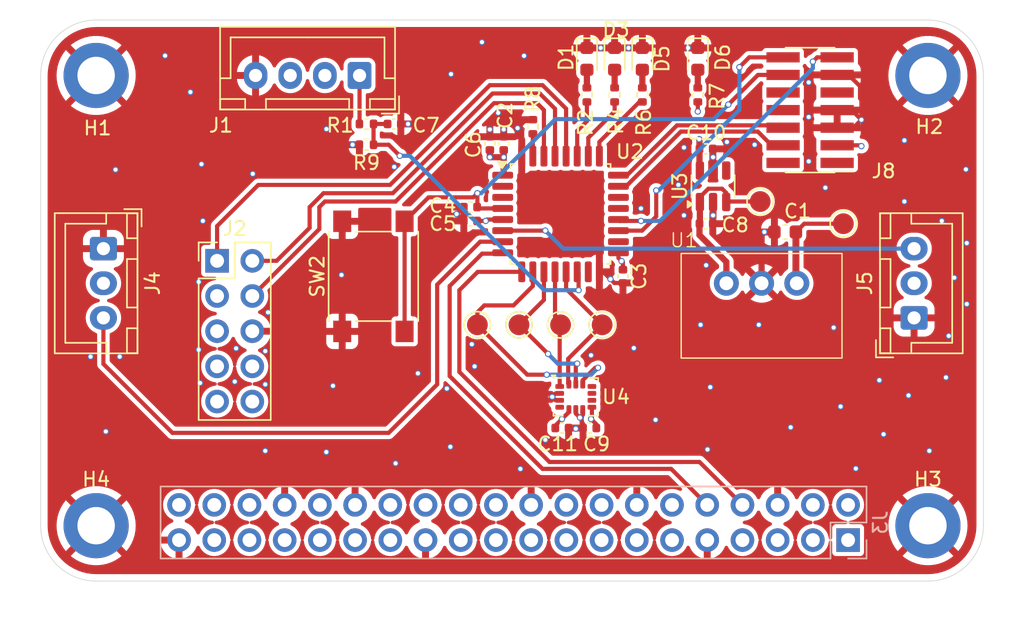
<source format=kicad_pcb>
(kicad_pcb (version 20240108) (generator "pcbnew") (generator_version "8.0")
  (layers (0 "F.Cu" signal) (1 "In1.Cu" signal) (2 "In2.Cu" power "In2.Cu - GND") (31 "B.Cu" signal) (34 "B.Paste" user) (35 "F.Paste" user) (36 "B.SilkS" user "B.Silkscreen") (37 "F.SilkS" user "F.Silkscreen") (38 "B.Mask" user) (39 "F.Mask" user) (44 "Edge.Cuts" user))
  (net 0 "")
  (net 1 "NRST")
  (net 2 "+5V")
  (net 3 "+3.3V")
  (net 4 "Net-(D1-A)")
  (net 5 "Net-(D3-A)")
  (net 6 "Net-(D5-A)")
  (net 7 "Net-(D6-A)")
  (net 8 "USART2_TX")
  (net 9 "SWCLK")
  (net 11 "SWDIO")
  (net 12 "USART2_RX")
  (net 16 "+6V")
  (net 17 "TENSION_BATTERIE")
  (net 21 "PWM1")
  (net 22 "PWM2")
  (net 23 "USART1_RX")
  (net 24 "LED1")
  (net 27 "USART1_TX")
  (net 29 "LED3")
  (net 30 "I2C1_SDA")
  (net 31 "I2C1_SCL")
  (net 32 "SPI_CS")
  (net 34 "SPI1_SCK")
  (net 36 "SPI1_MISO")
  (net 37 "SPI1_MOSI")
  (net 39 "LED2")
  (net 64 "Net-(U2-PH3)")
  (net 66 "INT")
  (net 75 "GND")
  (net 79 "Net-(J1-Pin_1)")
  (footprint "Capacitor_SMD:C_0402_1005Metric" (layer "F.Cu") (at 158.9 99.9 90)
    (property "Reference" "C6")
    (property "Value" "4u7")
  )
  (footprint "Resistor_SMD:R_0402_1005Metric" (layer "F.Cu") (at 165.9 96.4 90)
    (property "Reference" "R2")
    (property "Value" "165")
  )
  (footprint "Capacitor_SMD:C_0402_1005Metric" (layer "F.Cu") (at 164.1 120.45 180)
    (property "Reference" "C11")
    (property "Value" "100n")
  )
  (footprint "Capacitor_SMD:C_0402_1005Metric" (layer "F.Cu") (at 159.9 99.9 90)
    (property "Reference" "C2")
    (property "Value" "100n")
  )
  (footprint "Connector_JST:JST_XH_B3B-XH-A_1x03_P2.50mm_Vertical" (layer "F.Cu") (at 189.5 112.5 90)
    (property "Reference" "J5")
    (property "Value" "Conn_01x03")
  )
  (footprint "Resistor_SMD:R_0402_1005Metric" (layer "F.Cu") (at 162 98.7 90)
    (property "Reference" "R8")
    (property "Value" "10k")
  )
  (footprint "Connector_PinHeader_2.54mm:PinHeader_2x05_P2.54mm_Vertical" (layer "F.Cu") (at 139.225 108.38)
    (property "Reference" "J2")
    (property "Value" "Conn_02x05_Odd_Even")
  )
  (footprint "Capacitor_SMD:C_0603_1608Metric" (layer "F.Cu") (at 180.2 106.3 180)
    (property "Reference" "C1")
    (property "Value" "10u")
  )
  (footprint "Package_QFP:LQFP-32_7x7mm_P0.8mm" (layer "F.Cu") (at 164 105)
    (property "Reference" "U2")
    (property "Value" "STM32L412KBTx")
  )
  (footprint "Package_LGA:LGA-14_3x2.5mm_P0.5mm_LayoutBorder3x4y" (layer "F.Cu") (at 165.1 118.2)
    (property "Reference" "U4")
    (property "Value" "LSM6DSM")
  )
  (footprint "Package_TO_SOT_SMD:SOT-23-5" (layer "F.Cu") (at 175 103 90)
    (property "Reference" "U3")
    (property "Value" "BU33...")
  )
  (footprint "Capacitor_SMD:C_0402_1005Metric" (layer "F.Cu") (at 157.5 105.5 180)
    (property "Reference" "C5")
    (property "Value" "100n")
  )
  (footprint "MountingHole:MountingHole_2.7mm_M2.5_DIN965_Pad" (layer "F.Cu") (at 130.5 95)
    (property "Reference" "H1")
    (property "Value" "MountingHole_Pad")
  )
  (footprint "TestPoint:TestPoint_Pad_D1.5mm" (layer "F.Cu") (at 158 113)
    (property "Reference" "TP3" (hide yes))
    (property "Value" "TestPoint")
  )
  (footprint "Resistor_SMD:R_0402_1005Metric" (layer "F.Cu") (at 150 98.5 180)
    (property "Reference" "R1")
    (property "Value" "27k")
  )
  (footprint "LED_SMD:LED_0603_1608Metric" (layer "F.Cu") (at 165.9 93.8 -90)
    (property "Reference" "D1")
    (property "Value" "LED")
  )
  (footprint "Resistor_SMD:R_0402_1005Metric" (layer "F.Cu") (at 173.9 96.4 90)
    (property "Reference" "R7")
    (property "Value" "165")
  )
  (footprint "Connector_JST:JST_XH_B3B-XH-A_1x03_P2.50mm_Vertical" (layer "F.Cu") (at 131.025 107.5 -90)
    (property "Reference" "J4")
    (property "Value" "Conn_01x03")
  )
  (footprint "MountingHole:MountingHole_2.7mm_M2.5_DIN965_Pad" (layer "F.Cu") (at 130.5 127.5)
    (property "Reference" "H4")
    (property "Value" "MountingHole_Pad")
  )
  (footprint "LED_SMD:LED_0603_1608Metric" (layer "F.Cu") (at 173.9 93.8 -90)
    (property "Reference" "D6")
    (property "Value" "LED")
  )
  (footprint "Capacitor_SMD:C_0402_1005Metric" (layer "F.Cu") (at 152 98.5)
    (property "Reference" "C7")
    (property "Value" "100n")
  )
  (footprint "LED_SMD:LED_0603_1608Metric" (layer "F.Cu") (at 169.9 93.8 -90)
    (property "Reference" "D5")
    (property "Value" "LED")
  )
  (footprint "Connector_JST:JST_XH_B4B-XH-A_1x04_P2.50mm_Vertical" (layer "F.Cu") (at 149.5 95 180)
    (property "Reference" "J1")
    (property "Value" "Conn_01x04")
  )
  (footprint "Capacitor_SMD:C_0402_1005Metric" (layer "F.Cu") (at 174.5 100.3)
    (property "Reference" "C10")
    (property "Value" "1u")
  )
  (footprint "TestPoint:TestPoint_Pad_D1.5mm" (layer "F.Cu") (at 161 113)
    (property "Reference" "TP4" (hide yes))
    (property "Value" "TestPoint")
  )
  (footprint "TestPoint:TestPoint_Pad_D1.5mm" (layer "F.Cu") (at 167 113)
    (property "Reference" "TP6" (hide yes))
    (property "Value" "TestPoint")
  )
  (footprint "Resistor_SMD:R_0402_1005Metric" (layer "F.Cu") (at 167.9 96.4 90)
    (property "Reference" "R4")
    (property "Value" "165")
  )
  (footprint "TestPoint:TestPoint_Pad_D1.5mm" (layer "F.Cu") (at 178.4 104.1)
    (property "Reference" "TP2" (hide yes))
    (property "Value" "TestPoint")
  )
  (footprint "Capacitor_SMD:C_0402_1005Metric" (layer "F.Cu") (at 157.5 104.5 180)
    (property "Reference" "C4")
    (property "Value" "100n")
  )
  (footprint "Capacitor_SMD:C_0402_1005Metric" (layer "F.Cu") (at 174.5 105.7)
    (property "Reference" "C8")
    (property "Value" "1u")
  )
  (footprint "Button_Switch_SMD:SW_Push_1P1T_NO_6x6mm_H9.5mm" (layer "F.Cu") (at 150.5 109.5 90)
    (property "Reference" "SW2")
    (property "Value" "SW_Push")
  )
  (footprint "Resistor_SMD:R_0402_1005Metric" (layer "F.Cu") (at 150 100 180)
    (property "Reference" "R9")
    (property "Value" "10k")
  )
  (footprint "myemp:Buck_ing" (layer "F.Cu") (at 178.5 107.85 180)
    (property "Reference" "U1")
    (property "Value" "~")
  )
  (footprint "Connector_PinHeader_1.27mm:PinHeader_2x07_P1.27mm_Vertical_SMD" (layer "F.Cu") (at 182 97.5 180)
    (property "Reference" "J8")
    (property "Value" "Conn_ST_STDC14")
  )
  (footprint "LED_SMD:LED_0603_1608Metric" (layer "F.Cu") (at 167.9 93.8 -90)
    (property "Reference" "D3")
    (property "Value" "LED")
  )
  (footprint "MountingHole:MountingHole_2.7mm_M2.5_DIN965_Pad" (layer "F.Cu") (at 190.5 95)
    (property "Reference" "H2")
    (property "Value" "MountingHole_Pad")
  )
  (footprint "Capacitor_SMD:C_0402_1005Metric" (layer "F.Cu") (at 168.5 109.5 -90)
    (property "Reference" "C3")
    (property "Value" "100n")
  )
  (footprint "TestPoint:TestPoint_Pad_D1.5mm" (layer "F.Cu") (at 184.4 105.7)
    (property "Reference" "TP1" (hide yes))
    (property "Value" "TestPoint")
  )
  (footprint "Capacitor_SMD:C_0402_1005Metric" (layer "F.Cu") (at 166.1 120.45 180)
    (property "Reference" "C9")
    (property "Value" "100n")
  )
  (footprint "Resistor_SMD:R_0402_1005Metric" (layer "F.Cu") (at 169.9 96.4 90)
    (property "Reference" "R6")
    (property "Value" "165")
  )
  (footprint "TestPoint:TestPoint_Pad_D1.5mm" (layer "F.Cu") (at 164 113)
    (property "Reference" "TP5" (hide yes))
    (property "Value" "TestPoint")
  )
  (footprint "MountingHole:MountingHole_2.7mm_M2.5_DIN965_Pad" (layer "F.Cu") (at 190.5 127.5)
    (property "Reference" "H3")
    (property "Value" "MountingHole_Pad")
  )
  (footprint "Connector_PinHeader_2.54mm:PinHeader_2x20_P2.54mm_Vertical" (layer "B.Cu") (at 184.74 128.54 90)
    (property "Reference" "J3")
    (property "Value" "Conn_02x20_Odd_Even")
  )
  (gr_arc (start 126.5 95) (mid 127.671573 92.171573) (end 130.5 91) (stroke (width 0.05)) (layer "Edge.Cuts"))
  (gr_arc (start 130.5 131.5) (mid 127.671573 130.328427) (end 126.5 127.5) (stroke (width 0.05)) (layer "Edge.Cuts"))
  (gr_line (start 126.5 95) (end 126.5 127.5) (stroke (width 0.05)) (layer "Edge.Cuts"))
  (gr_line (start 130.5 131.5) (end 190.5 131.5) (stroke (width 0.05)) (layer "Edge.Cuts"))
  (gr_arc (start 194.5 127.5) (mid 193.328427 130.328427) (end 190.5 131.5) (stroke (width 0.05)) (layer "Edge.Cuts"))
  (gr_arc (start 190.5 91) (mid 193.328427 92.171573) (end 194.5 95) (stroke (width 0.05)) (layer "Edge.Cuts"))
  (gr_line (start 190.5 91) (end 130.5 91) (stroke (width 0.05)) (layer "Edge.Cuts"))
  (gr_line (start 194.5 127.5) (end 194.5 95) (stroke (width 0.05)) (layer "Edge.Cuts"))
  (segment (start 158 103.5) (end 158 104.48) (width 0.3) (layer "F.Cu") (net 1))
  (segment (start 178.24 94.96) (end 176.1 97.1) (width 0.3) (layer "F.Cu") (net 1))
  (segment (start 180.05 94.96) (end 178.24 94.96) (width 0.3) (layer "F.Cu") (net 1))
  (segment (start 154.475 103.8) (end 157.7 103.8) (width 0.3) (layer "F.Cu") (net 1))
  (segment (start 157.7 103.8) (end 158 103.5) (width 0.3) (layer "F.Cu") (net 1))
  (segment (start 159.825 104.6) (end 158.08 104.6) (width 0.3) (layer "F.Cu") (net 1))
  (segment (start 158.08 104.6) (end 157.98 104.5) (width 0.3) (layer "F.Cu") (net 1))
  (segment (start 152.75 105.525) (end 154.475 103.8) (width 0.3) (layer "F.Cu") (net 1))
  (segment (start 158 104.48) (end 157.98 104.5) (width 0.3) (layer "F.Cu") (net 1))
  (segment (start 152.75 105.525) (end 152.75 113.475) (width 0.3) (layer "F.Cu") (net 1))
  (via (at 176.1 97.1) (size 0.45) (drill 0.3) (layers "F.Cu" "B.Cu") (net 1))
  (via (at 158 103.5) (size 0.45) (drill 0.3) (layers "F.Cu" "B.Cu") (net 1))
  (segment (start 176.1 97.1) (end 175.05 98.15) (width 0.3) (layer "B.Cu") (net 1))
  (segment (start 175.05 98.15) (end 163.627818 98.15) (width 0.3) (layer "B.Cu") (net 1))
  (segment (start 158.277818 103.5) (end 158 103.5) (width 0.3) (layer "B.Cu") (net 1))
  (segment (start 163.627818 98.15) (end 158.277818 103.5) (width 0.3) (layer "B.Cu") (net 1))
  (segment (start 175.95 103.475001) (end 175.649999 103.175) (width 0.3) (layer "F.Cu") (net 2))
  (segment (start 178.4 104.1) (end 175.9875 104.1) (width 0.3) (layer "F.Cu") (net 2))
  (segment (start 174.05 105.67) (end 174.02 105.7) (width 0.2) (layer "F.Cu") (net 2))
  (segment (start 175.95 104.1375) (end 175.95 103.475001) (width 0.3) (layer "F.Cu") (net 2))
  (segment (start 175.9875 104.1) (end 175.95 104.1375) (width 0.3) (layer "F.Cu") (net 2))
  (segment (start 174.02 106.52) (end 175.96 108.46) (width 0.45) (layer "F.Cu") (net 2))
  (segment (start 174.659448 103.175) (end 174.05 103.784448) (width 0.3) (layer "F.Cu") (net 2))
  (segment (start 174.05 103.784448) (end 174.05 104.1375) (width 0.3) (layer "F.Cu") (net 2))
  (segment (start 174.05 104.1375) (end 174.05 105.67) (width 0.45) (layer "F.Cu") (net 2))
  (segment (start 175.96 108.46) (end 175.96 110) (width 0.45) (layer "F.Cu") (net 2))
  (segment (start 175.649999 103.175) (end 174.659448 103.175) (width 0.3) (layer "F.Cu") (net 2))
  (segment (start 174.02 105.7) (end 174.02 106.52) (width 0.45) (layer "F.Cu") (net 2))
  (segment (start 159.825 105.4) (end 158.7 105.4) (width 0.3) (layer "F.Cu") (net 3))
  (segment (start 166.58 120.18) (end 166.2 119.8) (width 0.3) (layer "F.Cu") (net 3))
  (segment (start 174.02 100.3) (end 174.02 99.62) (width 0.45) (layer "F.Cu") (net 3))
  (segment (start 168.5 109.02) (end 168.5 108.5) (width 0.3) (layer "F.Cu") (net 3))
  (segment (start 159.9 102.125) (end 159.825 102.2) (width 0.45) (layer "F.Cu") (net 3))
  (segment (start 163.62 120.45) (end 163.62 120.28) (width 0.3) (layer "F.Cu") (net 3))
  (segment (start 173.9 96.91) (end 173.9 97.6) (width 0.3) (layer "F.Cu") (net 3))
  (segment (start 159.9 100.9) (end 159.9 102.125) (width 0.45) (layer "F.Cu") (net 3))
  (segment (start 158.7 105.4) (end 158.6 105.5) (width 0.3) (layer "F.Cu") (net 3))
  (segment (start 164.6 119.1125) (end 164.6 119.3) (width 0.3) (layer "F.Cu") (net 3))
  (segment (start 158.9 100.9) (end 159.9 100.9) (width 0.45) (layer "F.Cu") (net 3))
  (segment (start 174.02 100.3) (end 174.02 101.8325) (width 0.45) (layer "F.Cu") (net 3))
  (segment (start 174.02 99.62) (end 174 99.6) (width 0.45) (layer "F.Cu") (net 3))
  (segment (start 168.5 108.5) (end 168.4 108.4) (width 0.3) (layer "F.Cu") (net 3))
  (segment (start 159.9 100.38) (end 159.9 100.9) (width 0.45) (layer "F.Cu") (net 3))
  (segment (start 185.64 100.04) (end 185.7 100.1) (width 0.3) (layer "F.Cu") (net 3))
  (segment (start 183.95 100.04) (end 185.64 100.04) (width 0.3) (layer "F.Cu") (net 3))
  (segment (start 174.02 101.8325) (end 174.05 101.8625) (width 0.2) (layer "F.Cu") (net 3))
  (segment (start 157.98 105.5) (end 158.6 105.5) (width 0.3) (layer "F.Cu") (net 3))
  (segment (start 158.9 100.38) (end 158.9 100.9) (width 0.45) (layer "F.Cu") (net 3))
  (segment (start 166.58 120.45) (end 166.58 120.18) (width 0.3) (layer "F.Cu") (net 3))
  (segment (start 166.2625 119.7375) (end 166.2 119.8) (width 0.3) (layer "F.Cu") (net 3))
  (segment (start 168.175 107.8) (end 168.175 108.175) (width 0.3) (layer "F.Cu") (net 3))
  (segment (start 168.175 108.175) (end 168.4 108.4) (width 0.3) (layer "F.Cu") (net 3))
  (segment (start 166.2625 118.95) (end 166.2625 119.7375) (width 0.3) (layer "F.Cu") (net 3))
  (segment (start 164.6 119.3) (end 164.1 119.8) (width 0.3) (layer "F.Cu") (net 3))
  (segment (start 163.62 120.28) (end 164.1 119.8) (width 0.3) (layer "F.Cu") (net 3))
  (via (at 185.7 100.1) (size 0.45) (drill 0.3) (layers "F.Cu" "B.Cu") (net 3))
  (via (at 173.9 97.6) (size 0.45) (drill 0.3) (layers "F.Cu" "B.Cu") (net 3))
  (via (at 168.4 108.4) (size 0.45) (drill 0.3) (layers "F.Cu" "B.Cu") (net 3))
  (via (at 158.6 105.5) (size 0.45) (drill 0.3) (layers "F.Cu" "B.Cu") (net 3))
  (via (at 158.9 100.9) (size 0.45) (drill 0.3) (layers "F.Cu" "B.Cu") (net 3))
  (via (at 159.9 100.9) (size 0.45) (drill 0.3) (layers "F.Cu" "B.Cu") (net 3))
  (via (at 164.1 119.8) (size 0.45) (drill 0.3) (layers "F.Cu" "B.Cu") (net 3))
  (via (at 174 99.6) (size 0.45) (drill 0.3) (layers "F.Cu" "B.Cu") (net 3))
  (via (at 166.2 119.8) (size 0.45) (drill 0.3) (layers "F.Cu" "B.Cu") (net 3))
  (segment (start 165.9 94.5875) (end 165.9 95.89) (width 0.45) (layer "F.Cu") (net 4))
  (segment (start 167.9 95.89) (end 167.9 94.5875) (width 0.45) (layer "F.Cu") (net 5))
  (segment (start 169.9 94.5875) (end 169.9 95.89) (width 0.45) (layer "F.Cu") (net 6))
  (segment (start 173.9 95.89) (end 173.9 94.5875) (width 0.45) (layer "F.Cu") (net 7))
  (segment (start 158.3375 107.8625) (end 156 110.2) (width 0.3) (layer "F.Cu") (net 8))
  (segment (start 162.7 123.4) (end 171.98 123.4) (width 0.3) (layer "F.Cu") (net 8))
  (segment (start 156 116.7) (end 162.7 123.4) (width 0.3) (layer "F.Cu") (net 8))
  (segment (start 159.825 107.8) (end 159.7625 107.8625) (width 0.3) (layer "F.Cu") (net 8))
  (segment (start 171.98 123.4) (end 174.58 126) (width 0.3) (layer "F.Cu") (net 8))
  (segment (start 156 110.2) (end 156 116.7) (width 0.3) (layer "F.Cu") (net 8))
  (segment (start 159.7625 107.8625) (end 158.3375 107.8625) (width 0.3) (layer "F.Cu") (net 8))
  (segment (start 172.4 98.6) (end 168.8 102.2) (width 0.3) (layer "F.Cu") (net 9))
  (segment (start 179.88 98.6) (end 172.4 98.6) (width 0.3) (layer "F.Cu") (net 9))
  (segment (start 168.8 102.2) (end 168.175 102.2) (width 0.3) (layer "F.Cu") (net 9))
  (segment (start 180.05 98.77) (end 179.88 98.6) (width 0.3) (layer "F.Cu") (net 9))
  (segment (start 168.729506 103) (end 168.175 103) (width 0.3) (layer "F.Cu") (net 11))
  (segment (start 179.22 100.04) (end 178.23 99.05) (width 0.3) (layer "F.Cu") (net 11))
  (segment (start 180.05 100.04) (end 179.22 100.04) (width 0.3) (layer "F.Cu") (net 11))
  (segment (start 178.23 99.05) (end 172.679506 99.05) (width 0.3) (layer "F.Cu") (net 11))
  (segment (start 172.679506 99.05) (end 168.729506 103) (width 0.3) (layer "F.Cu") (net 11))
  (segment (start 161.2 109.175) (end 158.025 109.175) (width 0.3) (layer "F.Cu") (net 12))
  (segment (start 163.2 122.9) (end 174.02 122.9) (width 0.3) (layer "F.Cu") (net 12))
  (segment (start 156.7 116.4) (end 163.2 122.9) (width 0.3) (layer "F.Cu") (net 12))
  (segment (start 174.02 122.9) (end 177.12 126) (width 0.3) (layer "F.Cu") (net 12))
  (segment (start 156.7 110.5) (end 156.7 116.4) (width 0.3) (layer "F.Cu") (net 12))
  (segment (start 158.025 109.175) (end 156.7 110.5) (width 0.3) (layer "F.Cu") (net 12))
  (segment (start 181.575 105.7) (end 180.975 106.3) (width 0.3) (layer "F.Cu") (net 16))
  (segment (start 184.4 105.7) (end 181.575 105.7) (width 0.3) (layer "F.Cu") (net 16))
  (segment (start 180.975 106.3) (end 180.975 109.935) (width 0.5) (layer "F.Cu") (net 16))
  (segment (start 180.975 109.935) (end 181.04 110) (width 0.2) (layer "F.Cu") (net 16))
  (segment (start 151.52 98.5) (end 150.51 98.5) (width 0.3) (layer "F.Cu") (net 17))
  (segment (start 150.51 100) (end 151.6 100) (width 0.3) (layer "F.Cu") (net 17))
  (segment (start 150.51 100) (end 150.51 98.5) (width 0.3) (layer "F.Cu") (net 17))
  (segment (start 165.3 110.5) (end 165.3 109.275) (width 0.3) (layer "F.Cu") (net 17))
  (segment (start 151.6 100) (end 152.4 100.8) (width 0.3) (layer "F.Cu") (net 17))
  (segment (start 165.3 109.275) (end 165.2 109.175) (width 0.3) (layer "F.Cu") (net 17))
  (via (at 165.3 110.5) (size 0.45) (drill 0.3) (layers "F.Cu" "B.Cu") (net 17))
  (via (at 152.4 100.8) (size 0.45) (drill 0.3) (layers "F.Cu" "B.Cu") (net 17))
  (segment (start 152.4 100.8) (end 153.122182 100.8) (width 0.3) (layer "B.Cu") (net 17))
  (segment (start 162.822182 110.5) (end 165.3 110.5) (width 0.3) (layer "B.Cu") (net 17))
  (segment (start 153.122182 100.8) (end 162.822182 110.5) (width 0.3) (layer "B.Cu") (net 17))
  (segment (start 159.825 106.2) (end 162.9 106.2) (width 0.3) (layer "F.Cu") (net 21))
  (via (at 162.9 106.2) (size 0.45) (drill 0.3) (layers "F.Cu" "B.Cu") (net 21))
  (segment (start 162.9 106.2) (end 164.2 107.5) (width 0.3) (layer "B.Cu") (net 21))
  (segment (start 164.2 107.5) (end 189.5 107.5) (width 0.3) (layer "B.Cu") (net 21))
  (segment (start 155.1 117.3) (end 151.6 120.8) (width 0.3) (layer "F.Cu") (net 22))
  (segment (start 136 120.8) (end 131.025 115.825) (width 0.3) (layer "F.Cu") (net 22))
  (segment (start 159.825 107) (end 158.2 107) (width 0.3) (layer "F.Cu") (net 22))
  (segment (start 158.2 107) (end 155.1 110.1) (width 0.3) (layer "F.Cu") (net 22))
  (segment (start 131.025 115.825) (end 131.025 112.5) (width 0.3) (layer "F.Cu") (net 22))
  (segment (start 155.1 110.1) (end 155.1 117.3) (width 0.3) (layer "F.Cu") (net 22))
  (segment (start 151.6 120.8) (end 136 120.8) (width 0.3) (layer "F.Cu") (net 22))
  (segment (start 168.275 105.5) (end 168.175 105.4) (width 0.3) (layer "F.Cu") (net 23))
  (segment (start 182.51 93.69) (end 182.2 94) (width 0.3) (layer "F.Cu") (net 23))
  (segment (start 169.8 105.5) (end 168.275 105.5) (width 0.3) (layer "F.Cu") (net 23))
  (segment (start 183.95 93.69) (end 182.51 93.69) (width 0.3) (layer "F.Cu") (net 23))
  (via (at 182.2 94) (size 0.45) (drill 0.3) (layers "F.Cu" "B.Cu") (net 23))
  (via (at 169.8 105.5) (size 0.45) (drill 0.3) (layers "F.Cu" "B.Cu") (net 23))
  (segment (start 182.2 94) (end 182.2 94.477818) (width 0.3) (layer "B.Cu") (net 23))
  (segment (start 171.177818 105.5) (end 169.8 105.5) (width 0.3) (layer "B.Cu") (net 23))
  (segment (start 182.2 94.477818) (end 171.177818 105.5) (width 0.3) (layer "B.Cu") (net 23))
  (segment (start 165.9 98.3) (end 165.2 99) (width 0.3) (layer "F.Cu") (net 24))
  (segment (start 165.2 99) (end 165.2 100.825) (width 0.3) (layer "F.Cu") (net 24))
  (segment (start 165.9 96.91) (end 165.9 98.3) (width 0.3) (layer "F.Cu") (net 24))
  (segment (start 170.9 105.177818) (end 170.9 103.3) (width 0.3) (layer "F.Cu") (net 27))
  (segment (start 169.877818 106.2) (end 170.9 105.177818) (width 0.3) (layer "F.Cu") (net 27))
  (segment (start 176.9 94.4) (end 177.61 93.69) (width 0.3) (layer "F.Cu") (net 27))
  (segment (start 177.61 93.69) (end 180.05 93.69) (width 0.3) (layer "F.Cu") (net 27))
  (segment (start 168.175 106.2) (end 169.877818 106.2) (width 0.3) (layer "F.Cu") (net 27))
  (via (at 176.9 94.4) (size 0.45) (drill 0.3) (layers "F.Cu" "B.Cu") (net 27))
  (via (at 170.9 103.3) (size 0.45) (drill 0.3) (layers "F.Cu" "B.Cu") (net 27))
  (segment (start 176.9 97.477818) (end 176.9 94.4) (width 0.3) (layer "B.Cu") (net 27))
  (segment (start 170.9 103.3) (end 171.077818 103.3) (width 0.3) (layer "B.Cu") (net 27))
  (segment (start 171.077818 103.3) (end 176.9 97.477818) (width 0.3) (layer "B.Cu") (net 27))
  (segment (start 166.8 100.825) (end 166.8 99.8) (width 0.3) (layer "F.Cu") (net 29))
  (segment (start 166.8 99.8) (end 169.69 96.91) (width 0.3) (layer "F.Cu") (net 29))
  (segment (start 169.69 96.91) (end 169.9 96.91) (width 0.3) (layer "F.Cu") (net 29))
  (segment (start 162.8 97.5) (end 162.3 97) (width 0.3) (layer "F.Cu") (net 30))
  (segment (start 146.6 106.085) (end 141.765 110.92) (width 0.3) (layer "F.Cu") (net 30))
  (segment (start 159.2 97) (end 152.1 104.1) (width 0.3) (layer "F.Cu") (net 30))
  (segment (start 146.6 104.5) (end 146.6 106.085) (width 0.3) (layer "F.Cu") (net 30))
  (segment (start 152.1 104.1) (end 147 104.1) (width 0.3) (layer "F.Cu") (net 30))
  (segment (start 147 104.1) (end 146.6 104.5) (width 0.3) (layer "F.Cu") (net 30))
  (segment (start 162.3 97) (end 159.2 97) (width 0.3) (layer "F.Cu") (net 30))
  (segment (start 162.8 100.825) (end 162.8 97.5) (width 0.3) (layer "F.Cu") (net 30))
  (segment (start 162.5 96.3) (end 159.1 96.3) (width 0.3) (layer "F.Cu") (net 31))
  (segment (start 145.9 106) (end 143.52 108.38) (width 0.3) (layer "F.Cu") (net 31))
  (segment (start 143.52 108.38) (end 141.765 108.38) (width 0.3) (layer "F.Cu") (net 31))
  (segment (start 151.9 103.5) (end 146.9 103.5) (width 0.3) (layer "F.Cu") (net 31))
  (segment (start 163.6 97.4) (end 162.5 96.3) (width 0.3) (layer "F.Cu") (net 31))
  (segment (start 163.6 100.825) (end 163.6 97.4) (width 0.3) (layer "F.Cu") (net 31))
  (segment (start 146.9 103.5) (end 145.9 104.5) (width 0.3) (layer "F.Cu") (net 31))
  (segment (start 159.1 96.3) (end 151.9 103.5) (width 0.3) (layer "F.Cu") (net 31))
  (segment (start 145.9 104.5) (end 145.9 106) (width 0.3) (layer "F.Cu") (net 31))
  (segment (start 166.7 116.1) (end 166.5 116.1) (width 0.3) (layer "F.Cu") (net 32))
  (segment (start 158.5 111.6) (end 158 112.1) (width 0.3) (layer "F.Cu") (net 32))
  (segment (start 160.6 111.6) (end 158.5 111.6) (width 0.3) (layer "F.Cu") (net 32))
  (segment (start 165.6 117) (end 165.6 117.2875) (width 0.3) (layer "F.Cu") (net 32))
  (segment (start 161.6 116.6) (end 158 113) (width 0.3) (layer "F.Cu") (net 32))
  (segment (start 166.5 116.1) (end 165.6 117) (width 0.3) (layer "F.Cu") (net 32))
  (segment (start 158 112.1) (end 158 113) (width 0.3) (layer "F.Cu") (net 32))
  (segment (start 162 109.175) (end 162 110.2) (width 0.3) (layer "F.Cu") (net 32))
  (segment (start 163 116.6) (end 161.6 116.6) (width 0.3) (layer "F.Cu") (net 32))
  (segment (start 162 110.2) (end 160.6 111.6) (width 0.3) (layer "F.Cu") (net 32))
  (via (at 166.7 116.1) (size 0.45) (drill 0.3) (layers "F.Cu" "B.Cu") (net 32))
  (via (at 163 116.6) (size 0.45) (drill 0.3) (layers "F.Cu" "B.Cu") (net 32))
  (segment (start 166.2 116.6) (end 163 116.6) (width 0.3) (layer "B.Cu") (net 32))
  (segment (start 166.7 116.1) (end 166.2 116.6) (width 0.3) (layer "B.Cu") (net 32))
  (segment (start 165.2 115.8) (end 165.1 115.9) (width 0.3) (layer "F.Cu") (net 34))
  (segment (start 165.1 115.9) (end 165.1 117.2875) (width 0.3) (layer "F.Cu") (net 34))
  (segment (start 163.1 115.1) (end 161 113) (width 0.3) (layer "F.Cu") (net 34))
  (segment (start 162.8 109.175) (end 162.8 111.2) (width 0.3) (layer "F.Cu") (net 34))
  (segment (start 162.8 111.2) (end 161 113) (width 0.3) (layer "F.Cu") (net 34))
  (via (at 165.2 115.8) (size 0.45) (drill 0.3) (layers "F.Cu" "B.Cu") (net 34))
  (via (at 163.1 115.1) (size 0.45) (drill 0.3) (layers "F.Cu" "B.Cu") (net 34))
  (segment (start 163.8 115.8) (end 163.1 115.1) (width 0.3) (layer "B.Cu") (net 34))
  (segment (start 165.2 115.8) (end 163.8 115.8) (width 0.3) (layer "B.Cu") (net 34))
  (segment (start 163.6 112.6) (end 164 113) (width 0.3) (layer "F.Cu") (net 36))
  (segment (start 164 113) (end 164 113.3) (width 0.3) (layer "F.Cu") (net 36))
  (segment (start 163.6 109.175) (end 163.6 112.6) (width 0.3) (layer "F.Cu") (net 36))
  (segment (start 163.9375 113.3625) (end 163.9375 117.45) (width 0.3) (layer "F.Cu") (net 36))
  (segment (start 164 113.3) (end 163.9375 113.3625) (width 0.3) (layer "F.Cu") (net 36))
  (segment (start 164.4 109.175) (end 164.4 110.4) (width 0.3) (layer "F.Cu") (net 37))
  (segment (start 164.55 117.2375) (end 164.55 115.45) (width 0.3) (layer "F.Cu") (net 37))
  (segment (start 164.4 110.4) (end 167 113) (width 0.3) (layer "F.Cu") (net 37))
  (segment (start 164.55 115.45) (end 167 113) (width 0.3) (layer "F.Cu") (net 37))
  (segment (start 164.6 117.2875) (end 164.55 117.2375) (width 0.3) (layer "F.Cu") (net 37))
  (segment (start 167.9 97.6) (end 166 99.5) (width 0.3) (layer "F.Cu") (net 39))
  (segment (start 166 99.5) (end 166 100.825) (width 0.3) (layer "F.Cu") (net 39))
  (segment (start 167.9 96.91) (end 167.9 97.6) (width 0.3) (layer "F.Cu") (net 39))
  (segment (start 162 100.825) (end 162 99.21) (width 0.3) (layer "F.Cu") (net 64))
  (segment (start 158.9 95.7) (end 151.7 102.9) (width 0.3) (layer "F.Cu") (net 66))
  (segment (start 162.7 95.7) (end 158.9 95.7) (width 0.3) (layer "F.Cu") (net 66))
  (segment (start 142.2 102.9) (end 139.225 105.875) (width 0.3) (layer "F.Cu") (net 66))
  (segment (start 164.4 97.4) (end 162.7 95.7) (width 0.3) (layer "F.Cu") (net 66))
  (segment (start 139.225 105.875) (end 139.225 108.38) (width 0.3) (layer "F.Cu") (net 66))
  (segment (start 164.4 100.825) (end 164.4 97.4) (width 0.3) (layer "F.Cu") (net 66))
  (segment (start 151.7 102.9) (end 142.2 102.9) (width 0.3) (layer "F.Cu") (net 66))
  (segment (start 157.02 105.5) (end 157 105.5) (width 0.3) (layer "F.Cu") (net 75))
  (segment (start 165.05 120.45) (end 165.1 120.5) (width 0.3) (layer "F.Cu") (net 75))
  (segment (start 178.5 106.5) (end 178.7 106.3) (width 0.45) (layer "F.Cu") (net 75))
  (segment (start 164.58 120.45) (end 165.05 120.45) (width 0.3) (layer "F.Cu") (net 75))
  (segment (start 148.25 109.35) (end 148.2 109.4) (width 0.3) (layer "F.Cu") (net 75))
  (segment (start 157.02 104.5) (end 157 104.5) (width 0.3) (layer "F.Cu") (net 75))
  (segment (start 184.78 94.96) (end 185.7 95.88) (width 0.3) (layer "F.Cu") (net 75))
  (segment (start 162 98.19) (end 161.51 98.19) (width 0.3) (layer "F.Cu") (net 75))
  (segment (start 161.2 100.825) (end 161.2 99.1) (width 0.3) (layer "F.Cu") (net 75))
  (segment (start 183.95 97.5) (end 185 97.5) (width 0.3) (layer "F.Cu") (net 75))
  (segment (start 148.25 113.475) (end 148.25 109.45) (width 0.3) (layer "F.Cu") (net 75))
  (segment (start 175 105.68) (end 174.98 105.7) (width 0.2) (layer "F.Cu") (net 75))
  (segment (start 168.9 93.0125) (end 169.9 93.0125) (width 0.45) (layer "F.Cu") (net 75))
  (segment (start 163.65 117.95) (end 163.4 118.2) (width 0.3) (layer "F.Cu") (net 75))
  (segment (start 165.1 119.4) (end 165.4 119.7) (width 0.3) (layer "F.Cu") (net 75))
  (segment (start 175 100.9) (end 175 100.32) (width 0.45) (layer "F.Cu") (net 75))
  (segment (start 148.25 105.525) (end 148.25 109.35) (width 0.3) (layer "F.Cu") (net 75))
  (segment (start 165.62 120.45) (end 165.15 120.45) (width 0.3) (layer "F.Cu") (net 75))
  (segment (start 166.8 109.175) (end 167.075 109.175) (width 0.3) (layer "F.Cu") (net 75))
  (segment (start 158.9 98.9) (end 158.9 99.42) (width 0.45) (layer "F.Cu") (net 75))
  (segment (start 167.88 109.98) (end 167.6 109.7) (width 0.3) (layer "F.Cu") (net 75))
  (segment (start 165.6 119.1125) (end 165.6 119.5) (width 0.3) (layer "F.Cu") (net 75))
  (segment (start 175 104.1375) (end 175 105.1) (width 0.45) (layer "F.Cu") (net 75))
  (segment (start 163.9375 117.95) (end 163.65 117.95) (width 0.3) (layer "F.Cu") (net 75))
  (segment (start 173.2 93.0125) (end 169.9 93.0125) (width 0.45) (layer "F.Cu") (net 75))
  (segment (start 159.9 98.9) (end 159.9 99.42) (width 0.45) (layer "F.Cu") (net 75))
  (segment (start 165.9 93.0125) (end 166.9 93.0125) (width 0.45) (layer "F.Cu") (net 75))
  (segment (start 178.7 106.3) (end 179.425 106.3) (width 0.45) (layer "F.Cu") (net 75))
  (segment (start 183.95 98.77) (end 185.13 98.77) (width 0.3) (layer "F.Cu") (net 75))
  (segment (start 178.5 110) (end 178.5 106.5) (width 0.45) (layer "F.Cu") (net 75))
  (segment (start 161.51 98.19) (end 160.9 98.8) (width 0.3) (layer "F.Cu") (net 75))
  (segment (start 166.9 93.0125) (end 168.9 93.0125) (width 0.45) (layer "F.Cu") (net 75))
  (segment (start 163.65 118.45) (end 163.4 118.2) (width 0.3) (layer "F.Cu") (net 75))
  (segment (start 168.5 109.98) (end 167.88 109.98) (width 0.3) (layer "F.Cu") (net 75))
  (segment (start 153 98.5) (end 152.48 98.5) (width 0.45) (layer "F.Cu") (net 75))
  (segment (start 165.6 119.5) (end 165.4 119.7) (width 0.3) (layer "F.Cu") (net 75))
  (segment (start 149 100) (end 149.49 100) (width 0.45) (layer "F.Cu") (net 75))
  (segment (start 185.13 98.77) (end 185.7 98.2) (width 0.3) (layer "F.Cu") (net 75))
  (segment (start 148.25 109.45) (end 148.2 109.4) (width 0.3) (layer "F.Cu") (net 75))
  (segment (start 161.2 99.1) (end 160.9 98.8) (width 0.3) (layer "F.Cu") (net 75))
  (segment (start 183.95 94.96) (end 184.78 94.96) (width 0.3) (layer "F.Cu") (net 75))
  (segment (start 185.7 95.88) (end 185.7 98.2) (width 0.3) (layer "F.Cu") (net 75))
  (segment (start 175 100.32) (end 174.98 100.3) (width 0.45) (layer "F.Cu") (net 75))
  (segment (start 165.15 120.45) (end 165.1 120.5) (width 0.3) (layer "F.Cu") (net 75))
  (segment (start 163.9375 118.45) (end 163.65 118.45) (width 0.3) (layer "F.Cu") (net 75))
  (segment (start 157 105.5) (end 156.5 105) (width 0.3) (layer "F.Cu") (net 75))
  (segment (start 185 97.5) (end 185.7 98.2) (width 0.3) (layer "F.Cu") (net 75))
  (segment (start 175 105.1) (end 175 105.68) (width 0.45) (layer "F.Cu") (net 75))
  (segment (start 157 104.5) (end 156.5 105) (width 0.3) (layer "F.Cu") (net 75))
  (segment (start 167.075 109.175) (end 167.6 109.7) (width 0.3) (layer "F.Cu") (net 75))
  (segment (start 165.1 119.1125) (end 165.1 119.4) (width 0.3) (layer "F.Cu") (net 75))
  (segment (start 173.9 93.0125) (end 173.2 93.0125) (width 0.45) (layer "F.Cu") (net 75))
  (via (at 137.3 96.2) (size 0.45) (drill 0.3) (layers "F.Cu" "B.Cu") (net 75))
  (via (at 183.1 103.1) (size 0.45) (drill 0.3) (layers "F.Cu" "B.Cu") (net 75))
  (via (at 157.8 116) (size 0.45) (drill 0.3) (layers "F.Cu" "B.Cu") (net 75))
  (via (at 185.298725 123.37682) (size 0.45) (drill 0.3) (layers "F.Cu" "B.Cu") (net 75))
  (via (at 158.9 98.9) (size 0.45) (drill 0.3) (layers "F.Cu" "B.Cu") (net 75))
  (via (at 166.9 93.0125) (size 0.45) (drill 0.3) (layers "F.Cu" "B.Cu") (net 75))
  (via (at 193.3 107.1) (size 0.45) (drill 0.3) (layers "F.Cu" "B.Cu") (net 75))
  (via (at 162.9 121.3) (size 0.45) (drill 0.3) (layers "F.Cu" "B.Cu") (net 75))
  (via (at 193.239623 101.779308) (size 0.45) (drill 0.3) (layers "F.Cu" "B.Cu") (net 75))
  (via (at 165.4 119.7) (size 0.45) (drill 0.3) (layers "F.Cu" "B.Cu") (net 75))
  (via (at 169.8 104.6) (size 0.45) (drill 0.3) (layers "F.Cu" "B.Cu") (net 75))
  (via (at 142.7 117.3) (size 0.45) (drill 0.3) (layers "F.Cu" "B.Cu") (net 75))
  (via (at 131.9 101.8) (size 0.45) (drill 0.3) (layers "F.Cu" "B.Cu") (net 75))
  (via (at 193.3 111.5) (size 0.45) (drill 0.3) (layers "F.Cu" "B.Cu") (net 75))
  (via (at 188.8 104.1) (size 0.45) (drill 0.3) (layers "F.Cu" "B.Cu") (net 75))
  (via (at 175 100.9) (size 0.45) (drill 0.3) (layers "F.Cu" "B.Cu") (net 75))
  (via (at 180.6 120.4) (size 0.45) (drill 0.3) (layers "F.Cu" "B.Cu") (net 75))
  (via (at 184.2 118.9) (size 0.45) (drill 0.3) (layers "F.Cu" "B.Cu") (net 75))
  (via (at 147.105097 122.184465) (size 0.45) (drill 0.3) (layers "F.Cu" "B.Cu") (net 75))
  (via (at 176 99.8) (size 0.45) (drill 0.3) (layers "F.Cu" "B.Cu") (net 75))
  (via (at 161.1 123.4) (size 0.45) (drill 0.3) (layers "F.Cu" "B.Cu") (net 75))
  (via (at 137.9 109.9) (size 0.45) (drill 0.3) (layers "F.Cu" "B.Cu") (net 75))
  (via (at 185.7 98.2) (size 0.45) (drill 0.3) (layers "F.Cu" "B.Cu") (net 75))
  (via (at 161.367005 93.581197) (size 0.45) (drill 0.3) (layers "F.Cu" "B.Cu") (net 75))
  (via (at 159.5 97.7) (size 0.45) (drill 0.3) (layers "F.Cu" "B.Cu") (net 75))
  (via (at 141.8 102.1) (size 0.45) (drill 0.3) (layers "F.Cu" "B.Cu") (net 75))
  (via (at 148.2 109.4) (size 0.45) (drill 0.3) (layers "F.Cu" "B.Cu") (net 75))
  (via (at 166.2 115.2) (size 0.45) (drill 0.3) (layers "F.Cu" "B.Cu") (net 75))
  (via (at 149 100) (size 0.45) (drill 0.3) (layers "F.Cu" "B.Cu") (net 75))
  (via (at 160.9 98.8) (size 0.45) (drill 0.3) (layers "F.Cu" "B.Cu") (net 75))
  (via (at 191.5 105.5) (size 0.45) (drill 0.3) (layers "F.Cu" "B.Cu") (net 75))
  (via (at 138.1 101.4) (size 0.45) (drill 0.3) (layers "F.Cu" "B.Cu") (net 75))
  (via (at 147.586635 117.401486) (size 0.45) (drill 0.3) (layers "F.Cu" "B.Cu") (net 75))
  (via (at 181.9 95.5) (size 0.45) (drill 0.3) (layers "F.Cu" "B.Cu") (net 75))
  (via (at 156.1 94.9) (size 0.45) (drill 0.3) (layers "F.Cu" "B.Cu") (net 75))
  (via (at 174.6 122) (size 0.45) (drill 0.3) (layers "F.Cu" "B.Cu") (net 75))
  (via (at 153.709966 116.506538) (size 0.45) (drill 0.3) (layers "F.Cu" "B.Cu") (net 75))
  (via (at 190.6 122.1) (size 0.45) (drill 0.3) (layers "F.Cu" "B.Cu") (net 75))
  (via (at 137.9 114.8) (size 0.45) (drill 0.3) (layers "F.Cu" "B.Cu") (net 75))
  (via (at 135.473725 93.571419) (size 0.45) (drill 0.3) (layers "F.Cu" "B.Cu") (net 75))
  (via (at 172.9 105.1) (size 0.45) (drill 0.3) (layers "F.Cu" "B.Cu") (net 75))
  (via (at 174.8 117.5) (size 0.45) (drill 0.3) (layers "F.Cu" "B.Cu") (net 75))
  (via (at 172.5 102.9) (size 0.45) (drill 0.3) (layers "F.Cu" "B.Cu") (net 75))
  (via (at 132.2 115.3) (size 0.45) (drill 0.3) (layers "F.Cu" "B.Cu") (net 75))
  (via (at 192 113.8) (size 0.45) (drill 0.3) (layers "F.Cu" "B.Cu") (net 75))
  (via (at 140.5 117.1) (size 0.45) (drill 0.3) (layers "F.Cu" "B.Cu") (net 75))
  (via (at 138 117.2) (size 0.45) (drill 0.3) (layers "F.Cu" "B.Cu") (net 75))
  (via (at 155.8 117.6) (size 0.45) (drill 0.3) (layers "F.Cu" "B.Cu") (net 75))
  (via (at 131.2 120.7) (size 0.45) (drill 0.3) (layers "F.Cu" "B.Cu") (net 75))
  (via (at 168.9 93.0125) (size 0.45) (drill 0.3) (layers "F.Cu" "B.Cu") (net 75))
  (via (at 142.9 112.1) (size 0.45) (drill 0.3) (layers "F.Cu" "B.Cu") (net 75))
  (via (at 157.6 114.4) (size 0.45) (drill 0.3) (layers "F.Cu" "B.Cu") (net 75))
  (via (at 188.801517 99.685861) (size 0.45) (drill 0.3) (layers "F.Cu" "B.Cu") (net 75))
  (via (at 192.4 109.6) (size 0.45) (drill 0.3) (layers "F.Cu" "B.Cu") (net 75))
  (via (at 181.9 101.2) (size 0.45) (drill 0.3) (layers "F.Cu" "B.Cu") (net 75))
  (via (at 138.2 105.5) (size 0.45) (drill 0.3) (layers "F.Cu" "B.Cu") (net 75))
  (via (at 159.9 98.9) (size 0.45) (drill 0.3) (layers "F.Cu" "B.Cu") (net 75))
  (via (at 140.6 114.7) (size 0.45) (drill 0.3) (layers "F.Cu" "B.Cu") (net 75))
  (via (at 169.283859 114.678549) (size 0.45) (drill 0.3) (layers "F.Cu" "B.Cu") (net 75))
  (via (at 187.3 120.9) (size 0.45) (drill 0.3) (layers "F.Cu" "B.Cu") (net 75))
  (via (at 130.1 115.3) (size 0.45) (drill 0.3) (layers "F.Cu" "B.Cu") (net 75))
  (via (at 191.8 116.8) (size 0.45) (drill 0.3) (layers "F.Cu" "B.Cu") (net 75))
  (via (at 183.7 113.2) (size 0.45) (drill 0.3) (layers "F.Cu" "B.Cu") (net 75))
  (via (at 173.2 93.0125) (size 0.45) (drill 0.3) (layers "F.Cu" "B.Cu") (net 75))
  (via (at 158.328891 92.592043) (size 0.45) (drill 0.3) (layers "F.Cu" "B.Cu") (net 75))
  (via (at 152.1 123) (size 0.45) (drill 0.3) (layers "F.Cu" "B.Cu") (net 75))
  (via (at 153 98.5) (size 0.45) (drill 0.3) (layers "F.Cu" "B.Cu") (net 75))
  (via (at 142.7 114.9) (size 0.45) (drill 0.3) (layers "F.Cu" "B.Cu") (net 75))
  (via (at 181.9 98) (size 0.45) (drill 0.3) (layers "F.Cu" "B.Cu") (net 75))
  (via (at 167.6 109.7) (size 0.45) (drill 0.3) (layers "F.Cu" "B.Cu") (net 75))
  (via (at 163.4 118.2) (size 0.45) (drill 0.3) (layers "F.Cu" "B.Cu") (net 75))
  (via (at 174.5 108.7) (size 0.45) (drill 0.3) (layers "F.Cu" "B.Cu") (net 75))
  (via (at 172.9 100.2) (size 0.45) (drill 0.3) (layers "F.Cu" "B.Cu") (net 75))
  (via (at 189.1 118.1) (size 0.45) (drill 0.3) (layers "F.Cu" "B.Cu") (net 75))
  (via (at 178.7 106.3) (size 0.45) (drill 0.3) (layers "F.Cu" "B.Cu") (net 75))
  (via (at 165.1 120.5) (size 0.45) (drill 0.3) (layers "F.Cu" "B.Cu") (net 75))
  (via (at 156.5 105) (size 0.45) (drill 0.3) (layers "F.Cu" "B.Cu") (net 75))
  (via (at 152 101.6) (size 0.45) (drill 0.3) (layers "F.Cu" "B.Cu") (net 75))
  (via (at 147.113288 98.867839) (size 0.45) (drill 0.3) (layers "F.Cu" "B.Cu") (net 75))
  (via (at 174.1 113) (size 0.45) (drill 0.3) (layers "F.Cu" "B.Cu") (net 75))
  (via (at 170.853943 119.85983) (size 0.45) (drill 0.3) (layers "F.Cu" "B.Cu") (net 75))
  (via (at 178.3 113) (size 0.45) (drill 0.3) (layers "F.Cu" "B.Cu") (net 75))
  (via (at 175 105.1) (size 0.45) (drill 0.3) (layers "F.Cu" "B.Cu") (net 75))
  (via (at 156.051092 121.807645) (size 0.45) (drill 0.3) (layers "F.Cu" "B.Cu") (net 75))
  (via (at 178 100) (size 0.45) (drill 0.3) (layers "F.Cu" "B.Cu") (net 75))
  (via (at 186.994416 117.002275) (size 0.45) (drill 0.3) (layers "F.Cu" "B.Cu") (net 75))
  (via (at 142.7 122.1) (size 0.45) (drill 0.3) (layers "F.Cu" "B.Cu") (net 75))
  (segment (start 149.5 95) (end 149.5 98.49) (width 0.3) (layer "F.Cu") (net 79))
  (segment (start 149.5 98.49) (end 149.49 98.5) (width 0.3) (layer "F.Cu") (net 79))
  (zone (net 75) (net_name "GND") (layer "F.Cu") (connect_pads (clearance 0.3)) (min_thickness 0.25) (fill yes (thermal_gap 0.5) (thermal_bridge_width 0.5))
    (polygon (pts (xy 126.5 91) (xy 194.5 91) (xy 194.5 131.5) (xy 126.5 131.5)))
  )
)
</source>
